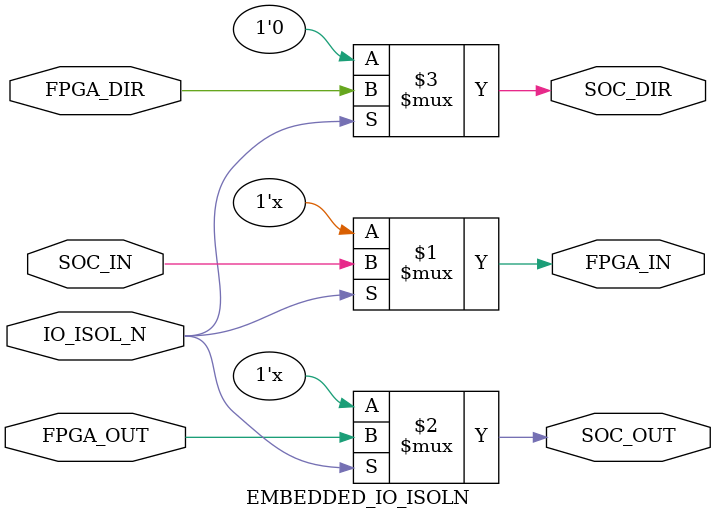
<source format=v>

module GPIO (
  input A, // Data output
  output Y, // Data input
  inout PAD, // bi-directional pad
  input DIR // direction control
);
  //----- when direction enabled, the signal is propagated from PAD to data input
  assign Y = DIR ? PAD : 1'bz;
  //----- when direction is disabled, the signal is propagated from data out to pad
  assign PAD = DIR ? 1'bz : A;
endmodule

//-----------------------------------------------------
// Function    : A minimum general purpose I/O with config_done signal
//               which can block signals during configuration phase
//-----------------------------------------------------
module GPIO_CFGD (
  input CONFIG_DONE, // Control signal to block signals
  input A, // Data output
  output Y, // Data input
  inout PAD, // bi-directional pad
  input DIR // direction control
);
  //----- when direction enabled, the signal is propagated from PAD to data input
  assign Y = CONFIG_DONE ? (DIR ? PAD : 1'bz) : 1'bz;
  //----- when direction is disabled, the signal is propagated from data out to pad
  assign PAD = CONFIG_DONE ? (DIR ? 1'bz : A) : 1'bz;
endmodule


//-----------------------------------------------------
// Function    : A minimum input pad
//-----------------------------------------------------
module GPIN (
  inout A, // External PAD signal
  output Y // Data input
);
  assign Y = A;
endmodule

//-----------------------------------------------------
// Function    : A minimum output pad
//-----------------------------------------------------
module GPOUT (
  inout Y, // External PAD signal
  input A // Data output
);
  assign Y = A;
endmodule

//-----------------------------------------------------
// Function    : A minimum embedded I/O
//               just an overlay to interface other components
//-----------------------------------------------------
module EMBEDDED_IO (
  input SOC_IN, // Input to drive the inpad signal
  output SOC_OUT, // Output the outpad signal
  output SOC_DIR, // Output the directionality
  output FPGA_IN, // Input data to FPGA
  input FPGA_OUT, // Output data from FPGA
  input FPGA_DIR // direction control 
);

  assign FPGA_IN = SOC_IN;
  assign SOC_OUT = FPGA_OUT;
  assign SOC_DIR = FPGA_DIR;
endmodule

//-----------------------------------------------------
// Function    : An embedded I/O with an protection circuit
//               which can force the I/O in input mode
//               The enable signal IO_ISOL_N is active-low 
//-----------------------------------------------------
module EMBEDDED_IO_ISOLN (
  input SOC_IN, // Input to drive the inpad signal
  output SOC_OUT, // Output the outpad signal
  output SOC_DIR, // Output the directionality
  output FPGA_IN, // Input data to FPGA
  input FPGA_OUT, // Output data from FPGA
  input FPGA_DIR, // direction control 
  input IO_ISOL_N // Active-low signal to set the I/O in input mode
);

  assign FPGA_IN = IO_ISOL_N ? SOC_IN : 1'bz;
  assign SOC_OUT = IO_ISOL_N ? FPGA_OUT : 1'bz;
  // Direction signal is set to logic '0' when in input mode 
  assign SOC_DIR = IO_ISOL_N ? FPGA_DIR : 1'b0;
endmodule

</source>
